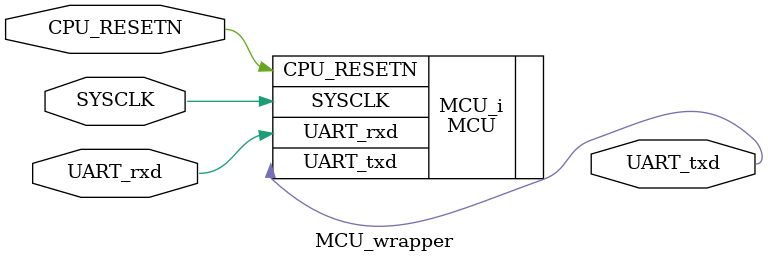
<source format=v>
`timescale 1 ps / 1 ps

module MCU_wrapper
   (CPU_RESETN,
    SYSCLK,
    UART_rxd,
    UART_txd);
  input CPU_RESETN;
  input SYSCLK;
  input UART_rxd;
  output UART_txd;

  wire CPU_RESETN;
  wire SYSCLK;
  wire UART_rxd;
  wire UART_txd;

  MCU MCU_i
       (.CPU_RESETN(CPU_RESETN),
        .SYSCLK(SYSCLK),
        .UART_rxd(UART_rxd),
        .UART_txd(UART_txd));
endmodule

</source>
